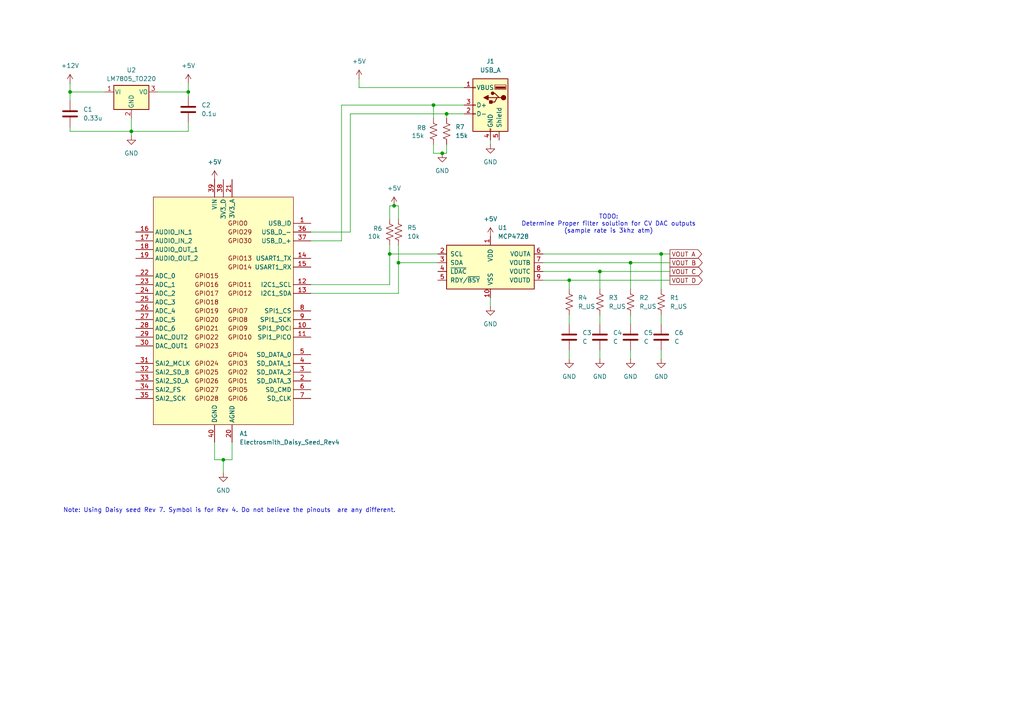
<source format=kicad_sch>
(kicad_sch (version 20250114) (generator "eeschema") (generator_version "9.0")
  (paper "A4")
  (title_block (title "Controller Board") (date "2026-02-20") (rev "1"))
  (lib_symbols
    (symbol "Analog_DAC:MCP4728" (pin_names (offset 1.016))
      (property "Reference" "U" (at -12.7 6.35 0))
      (property "Value" "MCP4728" (at 12.7 6.35 0))
      (symbol "MCP4728_0_1"
        (rectangle (start -12.7 5.08) (end 12.7 -7.62) (stroke (width 0.254)) (fill (type background)))
      )
      (symbol "MCP4728_1_1"
        (pin input line (at -15.24 2.54 0) (length 2.54) (name "SCL") (number "2"))
        (pin bidirectional line (at -15.24 0 0) (length 2.54) (name "SDA") (number "3"))
        (pin input line (at -15.24 -2.54 0) (length 2.54) (name "~{LDAC}") (number "4"))
        (pin output line (at -15.24 -5.08 0) (length 2.54) (name "RDY/~{BSY}") (number "5"))
        (pin power_in line (at 0 7.62 270) (length 2.54) (name "VDD") (number "1"))
        (pin power_in line (at 0 -10.16 90) (length 2.54) (name "VSS") (number "10"))
        (pin output line (at 15.24 2.54 180) (length 2.54) (name "VOUTA") (number "6"))
        (pin output line (at 15.24 0 180) (length 2.54) (name "VOUTB") (number "7"))
        (pin output line (at 15.24 -2.54 180) (length 2.54) (name "VOUTC") (number "8"))
        (pin output line (at 15.24 -5.08 180) (length 2.54) (name "VOUTD") (number "9"))
      )
    )
    (symbol "Connector:USB_A" (pin_names (offset 1.016))
      (property "Reference" "J" (at -5.08 11.43 0))
      (property "Value" "USB_A" (at -5.08 8.89 0))
      (symbol "USB_A_0_1"
        (rectangle (start -5.08 -7.62) (end 5.08 7.62) (stroke (width 0.254)) (fill (type background)))
        (circle (center -3.81 2.159) (radius 0.635) (stroke (width 0.254)) (fill (type outline)))
        (polyline (pts (xy -3.175 2.159) (xy -2.54 2.159) (xy -1.27 3.429) (xy -0.635 3.429)) (stroke (width 0.254)))
        (polyline (pts (xy -2.54 2.159) (xy -1.905 2.159) (xy -1.27 0.889) (xy 0 0.889)) (stroke (width 0.254)))
        (rectangle (start -1.524 4.826) (end -4.318 5.334) (fill (type outline)))
        (rectangle (start -1.27 4.572) (end -4.572 5.842))
        (circle (center -0.635 3.429) (radius 0.381) (stroke (width 0.254)) (fill (type outline)))
        (rectangle (start -0.127 -7.62) (end 0.127 -6.858))
        (rectangle (start 0.254 1.27) (end -0.508 0.508) (stroke (width 0.254)) (fill (type outline)))
        (polyline (pts (xy 0.635 2.794) (xy 0.635 1.524) (xy 1.905 2.159) (xy 0.635 2.794)) (stroke (width 0.254)) (fill (type outline)))
        (rectangle (start 5.08 4.953) (end 4.318 5.207))
        (rectangle (start 5.08 -0.127) (end 4.318 0.127))
        (rectangle (start 5.08 -2.667) (end 4.318 -2.413))
      )
      (symbol "USB_A_1_1"
        (polyline (pts (xy -1.905 2.159) (xy 0.635 2.159)) (stroke (width 0.254)))
        (pin passive line (at -2.54 -10.16 90) (length 2.54) (name "Shield") (number "5"))
        (pin power_in line (at 0 -10.16 90) (length 2.54) (name "GND") (number "4"))
        (pin power_in line (at 7.62 5.08 180) (length 2.54) (name "VBUS") (number "1"))
        (pin bidirectional line (at 7.62 0 180) (length 2.54) (name "D+") (number "3"))
        (pin bidirectional line (at 7.62 -2.54 180) (length 2.54) (name "D-") (number "2"))
      )
    )
    (symbol "Device:C" (pin_numbers (hide yes)) (pin_names (offset 0.254))
      (property "Reference" "C" (at 0.635 2.54 0))
      (property "Value" "C" (at 0.635 -2.54 0))
      (symbol "C_0_1"
        (polyline (pts (xy -2.032 0.762) (xy 2.032 0.762)) (stroke (width 0.508)))
        (polyline (pts (xy -2.032 -0.762) (xy 2.032 -0.762)) (stroke (width 0.508)))
      )
      (symbol "C_1_1"
        (pin passive line (at 0 3.81 270) (length 2.794) (name "~") (number "1"))
        (pin passive line (at 0 -3.81 90) (length 2.794) (name "~") (number "2"))
      )
    )
    (symbol "Device:R_US" (pin_numbers (hide yes)) (pin_names (offset 0))
      (property "Reference" "R" (at 2.54 0 90))
      (property "Value" "R_US" (at -2.54 0 90))
      (symbol "R_US_0_1"
        (polyline (pts (xy 0 2.286) (xy 0 2.54)))
        (polyline (pts (xy 0 2.286) (xy 1.016 1.905) (xy 0 1.524) (xy -1.016 1.143) (xy 0 0.762)))
        (polyline (pts (xy 0 0.762) (xy 1.016 0.381) (xy 0 0) (xy -1.016 -0.381) (xy 0 -0.762)))
        (polyline (pts (xy 0 -0.762) (xy 1.016 -1.143) (xy 0 -1.524) (xy -1.016 -1.905) (xy 0 -2.286)))
        (polyline (pts (xy 0 -2.286) (xy 0 -2.54)))
      )
      (symbol "R_US_1_1"
        (pin passive line (at 0 3.81 270) (length 1.27) (name "~") (number "1"))
        (pin passive line (at 0 -3.81 90) (length 1.27) (name "~") (number "2"))
      )
    )
    (symbol "MCU_Module:Electrosmith_Daisy_Seed_Rev4"
      (property "Reference" "A" (at -20.32 34.29 0))
      (property "Value" "Electrosmith_Daisy_Seed_Rev4" (at 33.02 34.29 0))
      (symbol "Electrosmith_Daisy_Seed_Rev4_0_0"
        (text "GPIO15" (at -1.27 10.16 0) (effects (font (size 1.27 1.27)) (justify right)))
        (text "GPIO16" (at -1.27 7.62 0) (effects (font (size 1.27 1.27)) (justify right)))
        (text "GPIO17" (at -1.27 5.08 0) (effects (font (size 1.27 1.27)) (justify right)))
        (text "GPIO18" (at -1.27 2.54 0) (effects (font (size 1.27 1.27)) (justify right)))
        (text "GPIO19" (at -1.27 0 0) (effects (font (size 1.27 1.27)) (justify right)))
        (text "GPIO20" (at -1.27 -2.54 0) (effects (font (size 1.27 1.27)) (justify right)))
        (text "GPIO21" (at -1.27 -5.08 0) (effects (font (size 1.27 1.27)) (justify right)))
        (text "GPIO22" (at -1.27 -7.62 0) (effects (font (size 1.27 1.27)) (justify right)))
        (text "GPIO23" (at -1.27 -10.16 0) (effects (font (size 1.27 1.27)) (justify right)))
        (text "GPIO24" (at -1.27 -15.24 0) (effects (font (size 1.27 1.27)) (justify right)))
        (text "GPIO25" (at -1.27 -17.78 0) (effects (font (size 1.27 1.27)) (justify right)))
        (text "GPIO26" (at -1.27 -20.32 0) (effects (font (size 1.27 1.27)) (justify right)))
        (text "GPIO27" (at -1.27 -22.86 0) (effects (font (size 1.27 1.27)) (justify right)))
        (text "GPIO28" (at -1.27 -25.4 0) (effects (font (size 1.27 1.27)) (justify right)))
        (text "GPIO0" (at 1.27 25.4 0) (effects (font (size 1.27 1.27)) (justify left)))
        (text "GPIO29" (at 1.27 22.86 0) (effects (font (size 1.27 1.27)) (justify left)))
        (text "GPIO30" (at 1.27 20.32 0) (effects (font (size 1.27 1.27)) (justify left)))
        (text "GPIO13" (at 1.27 15.24 0) (effects (font (size 1.27 1.27)) (justify left)))
        (text "GPIO14" (at 1.27 12.7 0) (effects (font (size 1.27 1.27)) (justify left)))
        (text "GPIO11" (at 1.27 7.62 0) (effects (font (size 1.27 1.27)) (justify left)))
        (text "GPIO12" (at 1.27 5.08 0) (effects (font (size 1.27 1.27)) (justify left)))
        (text "GPIO7" (at 1.27 0 0) (effects (font (size 1.27 1.27)) (justify left)))
        (text "GPIO8" (at 1.27 -2.54 0) (effects (font (size 1.27 1.27)) (justify left)))
        (text "GPIO9" (at 1.27 -5.08 0) (effects (font (size 1.27 1.27)) (justify left)))
        (text "GPIO10" (at 1.27 -7.62 0) (effects (font (size 1.27 1.27)) (justify left)))
        (text "GPIO4" (at 1.27 -12.7 0) (effects (font (size 1.27 1.27)) (justify left)))
        (text "GPIO3" (at 1.27 -15.24 0) (effects (font (size 1.27 1.27)) (justify left)))
        (text "GPIO2" (at 1.27 -17.78 0) (effects (font (size 1.27 1.27)) (justify left)))
        (text "GPIO1" (at 1.27 -20.32 0) (effects (font (size 1.27 1.27)) (justify left)))
        (text "GPIO5" (at 1.27 -22.86 0) (effects (font (size 1.27 1.27)) (justify left)))
        (text "GPIO6" (at 1.27 -25.4 0) (effects (font (size 1.27 1.27)) (justify left)))
        (pin input line (at -25.4 22.86 0) (length 5.08) (name "AUDIO_IN_1") (number "16"))
        (pin input line (at -25.4 20.32 0) (length 5.08) (name "AUDIO_IN_2") (number "17"))
        (pin output line (at -25.4 17.78 0) (length 5.08) (name "AUDIO_OUT_1") (number "18"))
        (pin output line (at -25.4 15.24 0) (length 5.08) (name "AUDIO_OUT_2") (number "19"))
        (pin bidirectional line (at -25.4 10.16 0) (length 5.08) (name "ADC_0") (number "22"))
        (pin bidirectional line (at -25.4 7.62 0) (length 5.08) (name "ADC_1") (number "23"))
        (pin bidirectional line (at -25.4 5.08 0) (length 5.08) (name "ADC_2") (number "24"))
        (pin bidirectional line (at -25.4 2.54 0) (length 5.08) (name "ADC_3") (number "25"))
        (pin bidirectional line (at -25.4 0 0) (length 5.08) (name "ADC_4") (number "26"))
        (pin bidirectional line (at -25.4 -2.54 0) (length 5.08) (name "ADC_5") (number "27"))
        (pin bidirectional line (at -25.4 -5.08 0) (length 5.08) (name "ADC_6") (number "28"))
        (pin bidirectional line (at -25.4 -7.62 0) (length 5.08) (name "DAC_OUT2") (number "29"))
        (pin bidirectional line (at -25.4 -10.16 0) (length 5.08) (name "DAC_OUT1") (number "30"))
        (pin bidirectional line (at -25.4 -15.24 0) (length 5.08) (name "SAI2_MCLK") (number "31"))
        (pin bidirectional line (at -25.4 -17.78 0) (length 5.08) (name "SAI2_SD_B") (number "32"))
        (pin bidirectional line (at -25.4 -20.32 0) (length 5.08) (name "SAI2_SD_A") (number "33"))
        (pin bidirectional line (at -25.4 -22.86 0) (length 5.08) (name "SAI2_FS") (number "34"))
        (pin bidirectional line (at -25.4 -25.4 0) (length 5.08) (name "SAI2_SCK") (number "35"))
        (pin power_in line (at -2.54 38.1 270) (length 5.08) (name "VIN") (number "39"))
        (pin power_in line (at -2.54 -38.1 90) (length 5.08) (name "DGND") (number "40"))
        (pin power_out line (at 0 38.1 270) (length 5.08) (name "3V3_D") (number "38"))
        (pin power_out line (at 2.54 38.1 270) (length 5.08) (name "3V3_A") (number "21"))
        (pin power_in line (at 2.54 -38.1 90) (length 5.08) (name "AGND") (number "20"))
        (pin bidirectional line (at 25.4 25.4 180) (length 5.08) (name "USB_ID") (number "1"))
        (pin bidirectional line (at 25.4 22.86 180) (length 5.08) (name "USB_D_-") (number "36"))
        (pin bidirectional line (at 25.4 20.32 180) (length 5.08) (name "USB_D_+") (number "37"))
        (pin bidirectional line (at 25.4 15.24 180) (length 5.08) (name "USART1_TX") (number "14"))
        (pin bidirectional line (at 25.4 12.7 180) (length 5.08) (name "USART1_RX") (number "15"))
        (pin bidirectional line (at 25.4 7.62 180) (length 5.08) (name "I2C1_SCL") (number "12"))
        (pin bidirectional line (at 25.4 5.08 180) (length 5.08) (name "I2C1_SDA") (number "13"))
        (pin bidirectional line (at 25.4 0 180) (length 5.08) (name "SPI1_CS") (number "8"))
        (pin bidirectional line (at 25.4 -2.54 180) (length 5.08) (name "SPI1_SCK") (number "9"))
        (pin bidirectional line (at 25.4 -5.08 180) (length 5.08) (name "SPI1_POCI") (number "10"))
        (pin bidirectional line (at 25.4 -7.62 180) (length 5.08) (name "SPI1_PICO") (number "11"))
        (pin bidirectional line (at 25.4 -12.7 180) (length 5.08) (name "SD_DATA_0") (number "5"))
        (pin bidirectional line (at 25.4 -15.24 180) (length 5.08) (name "SD_DATA_1") (number "4"))
        (pin bidirectional line (at 25.4 -17.78 180) (length 5.08) (name "SD_DATA_2") (number "3"))
        (pin bidirectional line (at 25.4 -20.32 180) (length 5.08) (name "SD_DATA_3") (number "2"))
        (pin bidirectional line (at 25.4 -22.86 180) (length 5.08) (name "SD_CMD") (number "6"))
        (pin bidirectional line (at 25.4 -25.4 180) (length 5.08) (name "SD_CLK") (number "7"))
      )
      (symbol "Electrosmith_Daisy_Seed_Rev4_0_1"
        (rectangle (start -20.32 33.02) (end 20.32 -33.02) (fill (type background)))
      )
    )
    (symbol "Regulator_Linear:LM7805_TO220" (pin_names (offset 0.254))
      (property "Reference" "U" (at -3.81 3.175 0))
      (property "Value" "LM7805_TO220" (at 0 3.175 0))
      (symbol "LM7805_TO220_0_1"
        (rectangle (start -5.08 1.905) (end 5.08 -5.08) (stroke (width 0.254)) (fill (type background)))
      )
      (symbol "LM7805_TO220_1_1"
        (pin power_in line (at -7.62 0 0) (length 2.54) (name "VI") (number "1"))
        (pin power_in line (at 0 -7.62 90) (length 2.54) (name "GND") (number "2"))
        (pin power_out line (at 7.62 0 180) (length 2.54) (name "VO") (number "3"))
      )
    )
    (symbol "power:+12V" (power) (pin_numbers (hide yes)) (pin_names (offset 0) (hide yes))
      (property "Value" "+12V" (at 0 3.556 0))
      (symbol "+12V_0_1"
        (polyline (pts (xy -0.762 1.27) (xy 0 2.54)))
        (polyline (pts (xy 0 2.54) (xy 0.762 1.27)))
        (polyline (pts (xy 0 0) (xy 0 2.54)))
      )
      (symbol "+12V_1_1"
        (pin power_in line (at 0 0 90) (length 0) (name "~") (number "1"))
      )
    )
    (symbol "power:+5V" (power) (pin_numbers (hide yes)) (pin_names (offset 0) (hide yes))
      (property "Value" "+5V" (at 0 3.556 0))
      (symbol "+5V_0_1"
        (polyline (pts (xy -0.762 1.27) (xy 0 2.54)))
        (polyline (pts (xy 0 2.54) (xy 0.762 1.27)))
        (polyline (pts (xy 0 0) (xy 0 2.54)))
      )
      (symbol "+5V_1_1"
        (pin power_in line (at 0 0 90) (length 0) (name "~") (number "1"))
      )
    )
    (symbol "power:GND" (power) (pin_numbers (hide yes)) (pin_names (offset 0) (hide yes))
      (property "Value" "GND" (at 0 -3.81 0))
      (symbol "GND_0_1"
        (polyline (pts (xy 0 0) (xy 0 -1.27) (xy 1.27 -1.27) (xy 0 -2.54) (xy -1.27 -1.27) (xy 0 -1.27)))
      )
      (symbol "GND_1_1"
        (pin power_in line (at 0 0 270) (length 0) (name "~") (number "1"))
      )
    )
  )
  (text "Note: Using Daisy seed Rev 7. Symbol is for Rev 4. Do not believe the pinouts  are any different." (at 66.548 148.082 0) (effects (font (size 1.27 1.27))))
  (text "TODO:\nDetermine Proper filter solution for CV DAC outputs\n(sample rate is 3khz atm)" (at 176.53 65.024 0) (effects (font (size 1.27 1.27))))
  (junction (at 115.57 76.2))
  (junction (at 64.77 133.35))
  (junction (at 114.3 59.69))
  (junction (at 165.1 81.28))
  (junction (at 54.61 26.67))
  (junction (at 125.73 30.48))
  (junction (at 129.54 33.02))
  (junction (at 113.03 73.66))
  (junction (at 182.88 76.2))
  (junction (at 20.32 26.67))
  (junction (at 38.1 38.1))
  (junction (at 173.99 78.74))
  (junction (at 128.27 44.45))
  (junction (at 191.77 73.66))
  (wire (pts (xy 182.88 101.6) (xy 182.88 104.14)))
  (wire (pts (xy 115.57 76.2) (xy 127 76.2)))
  (wire (pts (xy 182.88 91.44) (xy 182.88 93.98)))
  (wire (pts (xy 20.32 26.67) (xy 20.32 29.21)))
  (wire (pts (xy 182.88 76.2) (xy 157.48 76.2)))
  (wire (pts (xy 142.24 40.64) (xy 142.24 41.91)))
  (wire (pts (xy 45.72 26.67) (xy 54.61 26.67)))
  (wire (pts (xy 125.73 44.45) (xy 128.27 44.45)))
  (wire (pts (xy 113.03 59.69) (xy 114.3 59.69)))
  (wire (pts (xy 129.54 33.02) (xy 134.62 33.02)))
  (wire (pts (xy 62.23 133.35) (xy 64.77 133.35)))
  (wire (pts (xy 173.99 78.74) (xy 157.48 78.74)))
  (wire (pts (xy 115.57 71.12) (xy 115.57 76.2)))
  (wire (pts (xy 191.77 73.66) (xy 157.48 73.66)))
  (wire (pts (xy 54.61 38.1) (xy 38.1 38.1)))
  (wire (pts (xy 90.17 82.55) (xy 113.03 82.55)))
  (wire (pts (xy 165.1 81.28) (xy 194.31 81.28)))
  (wire (pts (xy 54.61 26.67) (xy 54.61 27.94)))
  (wire (pts (xy 115.57 85.09) (xy 115.57 76.2)))
  (wire (pts (xy 113.03 82.55) (xy 113.03 73.66)))
  (wire (pts (xy 64.77 133.35) (xy 67.31 133.35)))
  (wire (pts (xy 101.6 67.31) (xy 101.6 33.02)))
  (wire (pts (xy 67.31 128.27) (xy 67.31 133.35)))
  (wire (pts (xy 113.03 73.66) (xy 127 73.66)))
  (wire (pts (xy 173.99 83.82) (xy 173.99 78.74)))
  (wire (pts (xy 182.88 76.2) (xy 194.31 76.2)))
  (wire (pts (xy 165.1 101.6) (xy 165.1 104.14)))
  (wire (pts (xy 125.73 30.48) (xy 125.73 34.29)))
  (wire (pts (xy 129.54 44.45) (xy 128.27 44.45)))
  (wire (pts (xy 38.1 34.29) (xy 38.1 38.1)))
  (wire (pts (xy 104.14 25.4) (xy 134.62 25.4)))
  (wire (pts (xy 142.24 86.36) (xy 142.24 88.9)))
  (wire (pts (xy 113.03 63.5) (xy 113.03 59.69)))
  (wire (pts (xy 20.32 26.67) (xy 30.48 26.67)))
  (wire (pts (xy 90.17 67.31) (xy 101.6 67.31)))
  (wire (pts (xy 64.77 133.35) (xy 64.77 137.16)))
  (wire (pts (xy 99.06 30.48) (xy 125.73 30.48)))
  (wire (pts (xy 165.1 91.44) (xy 165.1 93.98)))
  (wire (pts (xy 104.14 22.86) (xy 104.14 25.4)))
  (wire (pts (xy 182.88 83.82) (xy 182.88 76.2)))
  (wire (pts (xy 90.17 69.85) (xy 99.06 69.85)))
  (wire (pts (xy 62.23 128.27) (xy 62.23 133.35)))
  (wire (pts (xy 173.99 91.44) (xy 173.99 93.98)))
  (wire (pts (xy 113.03 71.12) (xy 113.03 73.66)))
  (wire (pts (xy 191.77 73.66) (xy 194.31 73.66)))
  (wire (pts (xy 191.77 83.82) (xy 191.77 73.66)))
  (wire (pts (xy 173.99 101.6) (xy 173.99 104.14)))
  (wire (pts (xy 54.61 35.56) (xy 54.61 38.1)))
  (wire (pts (xy 191.77 91.44) (xy 191.77 93.98)))
  (wire (pts (xy 129.54 33.02) (xy 129.54 34.29)))
  (wire (pts (xy 114.3 59.69) (xy 115.57 59.69)))
  (wire (pts (xy 165.1 81.28) (xy 165.1 83.82)))
  (wire (pts (xy 125.73 30.48) (xy 134.62 30.48)))
  (wire (pts (xy 90.17 85.09) (xy 115.57 85.09)))
  (wire (pts (xy 38.1 38.1) (xy 38.1 39.37)))
  (wire (pts (xy 99.06 69.85) (xy 99.06 30.48)))
  (wire (pts (xy 125.73 41.91) (xy 125.73 44.45)))
  (wire (pts (xy 115.57 59.69) (xy 115.57 63.5)))
  (wire (pts (xy 54.61 26.67) (xy 54.61 24.13)))
  (wire (pts (xy 20.32 24.13) (xy 20.32 26.67)))
  (wire (pts (xy 173.99 78.74) (xy 194.31 78.74)))
  (wire (pts (xy 157.48 81.28) (xy 165.1 81.28)))
  (wire (pts (xy 191.77 101.6) (xy 191.77 104.14)))
  (wire (pts (xy 101.6 33.02) (xy 129.54 33.02)))
  (wire (pts (xy 129.54 41.91) (xy 129.54 44.45)))
  (wire (pts (xy 20.32 38.1) (xy 38.1 38.1)))
  (wire (pts (xy 20.32 36.83) (xy 20.32 38.1)))
  (global_label "VOUT C" (shape output) (at 194.31 78.74 0) (property "Intersheetrefs" "${INTERSHEET_REFS}" (effects (hide yes))))
  (global_label "VOUT D" (shape output) (at 194.31 81.28 0) (property "Intersheetrefs" "${INTERSHEET_REFS}" (effects (hide yes))))
  (global_label "VOUT A" (shape output) (at 194.31 73.66 0) (property "Intersheetrefs" "${INTERSHEET_REFS}" (effects (hide yes))))
  (global_label "VOUT B" (shape output) (at 194.31 76.2 0) (property "Intersheetrefs" "${INTERSHEET_REFS}" (effects (hide yes))))
  (symbol (lib_id "Regulator_Linear:LM7805_TO220") (at 38.1 26.67 0) (unit 1)
    (property "Reference" "U2" (at 38.1 20.32 0))
    (property "Value" "LM7805_TO220" (at 38.1 22.86 0))
    (property "Footprint" "Package_TO_SOT_THT:TO-220-3_Vertical" (effects (hide yes)))
    (property "Datasheet" "https://www.onsemi.cn/PowerSolutions/document/MC7800-D.PDF" (effects (hide yes)))
    (property "Description" "Positive 1A 35V Linear Regulator, Fixed Output 5V, TO-220" (effects (hide yes)))
  )
  (symbol (lib_id "Device:R_US") (at 191.77 87.63 180) (unit 1)
    (property "Reference" "R1" (at 194.31 86.3599 0) (effects (justify right)))
    (property "Value" "R_US" (at 194.31 88.8999 0) (effects (justify right)))
    (property "Description" "Resistor, US symbol" (effects (hide yes)))
  )
  (symbol (lib_id "Device:C") (at 173.99 97.79 0) (unit 1)
    (property "Reference" "C4" (at 177.8 96.5199 0) (effects (justify left)))
    (property "Value" "C" (at 177.8 99.0599 0) (effects (justify left)))
    (property "Description" "Unpolarized capacitor" (effects (hide yes)))
  )
  (symbol (lib_id "power:+5V") (at 104.14 22.86 0) (mirror y) (unit 1)
    (property "Reference" "#PWR07" (effects (hide yes)))
    (property "Value" "+5V" (at 104.14 17.78 0))
    (property "Description" "Power symbol creates a global label with name \"+5V\"" (effects (hide yes)))
  )
  (symbol (lib_id "Device:R_US") (at 115.57 67.31 180) (unit 1)
    (property "Reference" "R5" (at 118.11 66.0399 0) (effects (justify right)))
    (property "Value" "10k" (at 118.11 68.5799 0) (effects (justify right)))
    (property "Description" "Resistor, US symbol" (effects (hide yes)))
  )
  (symbol (lib_id "power:GND") (at 64.77 137.16 0) (unit 1)
    (property "Reference" "#PWR01" (effects (hide yes)))
    (property "Value" "GND" (at 64.77 142.24 0))
    (property "Description" "Power symbol creates a global label with name \"GND\" , ground" (effects (hide yes)))
  )
  (symbol (lib_id "power:GND") (at 142.24 88.9 0) (unit 1)
    (property "Reference" "#PWR013" (effects (hide yes)))
    (property "Value" "GND" (at 142.24 93.98 0))
    (property "Description" "Power symbol creates a global label with name \"GND\" , ground" (effects (hide yes)))
  )
  (symbol (lib_id "power:+5V") (at 142.24 68.58 0) (unit 1)
    (property "Reference" "#PWR06" (effects (hide yes)))
    (property "Value" "+5V" (at 142.24 63.5 0))
    (property "Description" "Power symbol creates a global label with name \"+5V\"" (effects (hide yes)))
  )
  (symbol (lib_id "power:+5V") (at 54.61 24.13 0) (unit 1)
    (property "Reference" "#PWR03" (effects (hide yes)))
    (property "Value" "+5V" (at 54.61 19.05 0))
    (property "Description" "Power symbol creates a global label with name \"+5V\"" (effects (hide yes)))
  )
  (symbol (lib_id "Device:R_US") (at 182.88 87.63 180) (unit 1)
    (property "Reference" "R2" (at 185.42 86.3599 0) (effects (justify right)))
    (property "Value" "R_US" (at 185.42 88.8999 0) (effects (justify right)))
    (property "Description" "Resistor, US symbol" (effects (hide yes)))
  )
  (symbol (lib_id "Device:R_US") (at 165.1 87.63 180) (unit 1)
    (property "Reference" "R4" (at 167.64 86.3599 0) (effects (justify right)))
    (property "Value" "R_US" (at 167.64 88.8999 0) (effects (justify right)))
    (property "Description" "Resistor, US symbol" (effects (hide yes)))
  )
  (symbol (lib_id "Device:R_US") (at 129.54 38.1 180) (unit 1)
    (property "Reference" "R7" (at 132.08 36.8299 0) (effects (justify right)))
    (property "Value" "15k" (at 132.08 39.3699 0) (effects (justify right)))
    (property "Description" "Resistor, US symbol" (effects (hide yes)))
  )
  (symbol (lib_id "power:GND") (at 128.27 44.45 0) (mirror y) (unit 1)
    (property "Reference" "#PWR015" (effects (hide yes)))
    (property "Value" "GND" (at 128.27 49.53 0))
    (property "Description" "Power symbol creates a global label with name \"GND\" , ground" (effects (hide yes)))
  )
  (symbol (lib_id "Analog_DAC:MCP4728") (at 142.24 76.2 0) (unit 1)
    (property "Reference" "U1" (at 144.3833 66.04 0) (effects (justify left)))
    (property "Value" "MCP4728" (at 144.3833 68.58 0) (effects (justify left)))
    (property "Footprint" "Package_SO:MSOP-10_3x3mm_P0.5mm" (effects (hide yes)))
    (property "Datasheet" "http://ww1.microchip.com/downloads/en/DeviceDoc/22187E.pdf" (effects (hide yes)))
    (property "Description" "12-bit digital to analog converter, quad output, 2.048V internal reference, integrated EEPROM, I2C interface" (effects (hide yes)))
  )
  (symbol (lib_id "power:+5V") (at 62.23 52.07 0) (unit 1)
    (property "Reference" "#PWR05" (effects (hide yes)))
    (property "Value" "+5V" (at 62.23 46.99 0))
    (property "Description" "Power symbol creates a global label with name \"+5V\"" (effects (hide yes)))
  )
  (symbol (lib_id "power:GND") (at 173.99 104.14 0) (unit 1)
    (property "Reference" "#PWR010" (effects (hide yes)))
    (property "Value" "GND" (at 173.99 109.22 0))
    (property "Description" "Power symbol creates a global label with name \"GND\" , ground" (effects (hide yes)))
  )
  (symbol (lib_id "power:GND") (at 191.77 104.14 0) (unit 1)
    (property "Reference" "#PWR012" (effects (hide yes)))
    (property "Value" "GND" (at 191.77 109.22 0))
    (property "Description" "Power symbol creates a global label with name \"GND\" , ground" (effects (hide yes)))
  )
  (symbol (lib_id "Device:C") (at 20.32 33.02 0) (unit 1)
    (property "Reference" "C1" (at 24.13 31.7499 0) (effects (justify left)))
    (property "Value" "0.33u" (at 24.13 34.2899 0) (effects (justify left)))
    (property "Description" "Unpolarized capacitor" (effects (hide yes)))
  )
  (symbol (lib_id "Device:C") (at 165.1 97.79 0) (unit 1)
    (property "Reference" "C3" (at 168.91 96.5199 0) (effects (justify left)))
    (property "Value" "C" (at 168.91 99.0599 0) (effects (justify left)))
    (property "Description" "Unpolarized capacitor" (effects (hide yes)))
  )
  (symbol (lib_id "Device:R_US") (at 125.73 38.1 180) (unit 1)
    (property "Reference" "R8" (at 120.904 37.084 0) (effects (justify right)))
    (property "Value" "15k" (at 119.38 39.37 0) (effects (justify right)))
    (property "Description" "Resistor, US symbol" (effects (hide yes)))
  )
  (symbol (lib_id "Device:R_US") (at 173.99 87.63 180) (unit 1)
    (property "Reference" "R3" (at 176.53 86.3599 0) (effects (justify right)))
    (property "Value" "R_US" (at 176.53 88.8999 0) (effects (justify right)))
    (property "Description" "Resistor, US symbol" (effects (hide yes)))
  )
  (symbol (lib_id "power:GND") (at 142.24 41.91 0) (mirror y) (unit 1)
    (property "Reference" "#PWR08" (effects (hide yes)))
    (property "Value" "GND" (at 142.24 46.99 0))
    (property "Description" "Power symbol creates a global label with name \"GND\" , ground" (effects (hide yes)))
  )
  (symbol (lib_id "power:GND") (at 165.1 104.14 0) (unit 1)
    (property "Reference" "#PWR09" (effects (hide yes)))
    (property "Value" "GND" (at 165.1 109.22 0))
    (property "Description" "Power symbol creates a global label with name \"GND\" , ground" (effects (hide yes)))
  )
  (symbol (lib_id "power:+5V") (at 114.3 59.69 0) (unit 1)
    (property "Reference" "#PWR014" (effects (hide yes)))
    (property "Value" "+5V" (at 114.3 54.61 0))
    (property "Description" "Power symbol creates a global label with name \"+5V\"" (effects (hide yes)))
  )
  (symbol (lib_id "power:+12V") (at 20.32 24.13 0) (unit 1)
    (property "Reference" "#PWR02" (effects (hide yes)))
    (property "Value" "+12V" (at 20.32 19.05 0))
    (property "Description" "Power symbol creates a global label with name \"+12V\"" (effects (hide yes)))
  )
  (symbol (lib_id "Device:C") (at 182.88 97.79 0) (unit 1)
    (property "Reference" "C5" (at 186.69 96.5199 0) (effects (justify left)))
    (property "Value" "C" (at 186.69 99.0599 0) (effects (justify left)))
    (property "Description" "Unpolarized capacitor" (effects (hide yes)))
  )
  (symbol (lib_id "MCU_Module:Electrosmith_Daisy_Seed_Rev4") (at 64.77 90.17 0) (unit 1)
    (property "Reference" "A1" (at 69.4533 125.73 0) (effects (justify left)))
    (property "Value" "Electrosmith_Daisy_Seed_Rev4" (at 69.4533 128.27 0) (effects (justify left)))
    (property "Footprint" "Module:Electrosmith_Daisy_Seed" (effects (hide yes)))
    (property "Datasheet" "https://static1.squarespace.com/static/58d03fdc1b10e3bf442567b8/t/6227e6236f02fb68d1577146/1646781988478/Daisy_Seed_datasheet_v1.0.3.pdf" (effects (hide yes)))
    (property "Description" "Daisy is an embedded platform for music." (effects (hide yes)))
  )
  (symbol (lib_id "power:GND") (at 38.1 39.37 0) (unit 1)
    (property "Reference" "#PWR04" (effects (hide yes)))
    (property "Value" "GND" (at 38.1 44.45 0))
    (property "Description" "Power symbol creates a global label with name \"GND\" , ground" (effects (hide yes)))
  )
  (symbol (lib_id "Device:C") (at 54.61 31.75 0) (unit 1)
    (property "Reference" "C2" (at 58.42 30.4799 0) (effects (justify left)))
    (property "Value" "0.1u" (at 58.42 33.0199 0) (effects (justify left)))
    (property "Description" "Unpolarized capacitor" (effects (hide yes)))
  )
  (symbol (lib_id "Connector:USB_A") (at 142.24 30.48 0) (mirror y) (unit 1)
    (property "Reference" "J1" (at 142.24 17.78 0))
    (property "Value" "USB_A" (at 142.24 20.32 0))
    (property "Description" "USB Type A connector" (effects (hide yes)))
  )
  (symbol (lib_id "Device:R_US") (at 113.03 67.31 180) (unit 1)
    (property "Reference" "R6" (at 108.204 66.294 0) (effects (justify right)))
    (property "Value" "10k" (at 106.68 68.58 0) (effects (justify right)))
    (property "Description" "Resistor, US symbol" (effects (hide yes)))
  )
  (symbol (lib_id "Device:C") (at 191.77 97.79 0) (unit 1)
    (property "Reference" "C6" (at 195.58 96.5199 0) (effects (justify left)))
    (property "Value" "C" (at 195.58 99.0599 0) (effects (justify left)))
    (property "Description" "Unpolarized capacitor" (effects (hide yes)))
  )
  (symbol (lib_id "power:GND") (at 182.88 104.14 0) (unit 1)
    (property "Reference" "#PWR011" (effects (hide yes)))
    (property "Value" "GND" (at 182.88 109.22 0))
    (property "Description" "Power symbol creates a global label with name \"GND\" , ground" (effects (hide yes)))
  )
)
</source>
